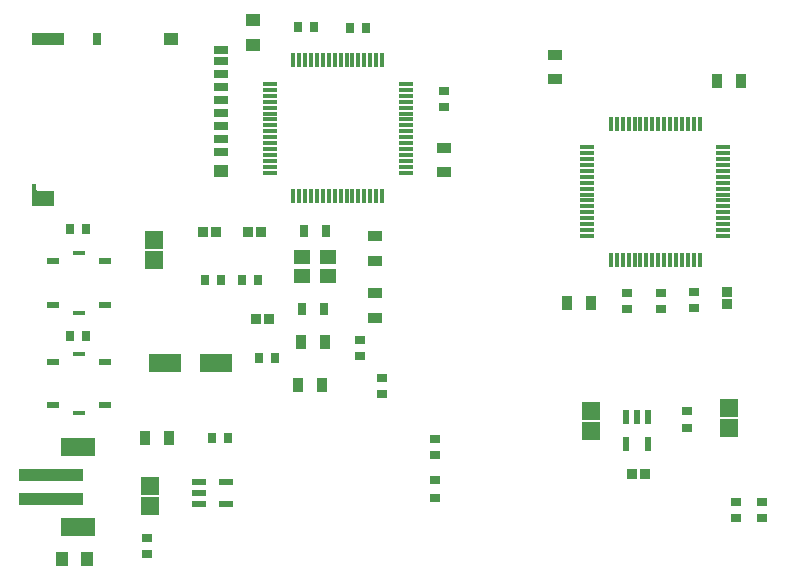
<source format=gbr>
G04*
G04 #@! TF.GenerationSoftware,Altium Limited,Altium Designer,22.4.2 (48)*
G04*
G04 Layer_Color=8421504*
%FSLAX25Y25*%
%MOIN*%
G70*
G04*
G04 #@! TF.SameCoordinates,BE1E711C-C8E7-489F-BFDC-0012772F392D*
G04*
G04*
G04 #@! TF.FilePolarity,Positive*
G04*
G01*
G75*
%ADD13R,0.06127X0.06213*%
%ADD14R,0.04724X0.01181*%
%ADD15R,0.01181X0.04724*%
%ADD16R,0.03197X0.03666*%
%ADD17R,0.03543X0.03150*%
%ADD18R,0.02362X0.04724*%
%ADD19R,0.03197X0.02593*%
%ADD20R,0.04749X0.03765*%
%ADD21R,0.03666X0.03197*%
%ADD22R,0.03765X0.04749*%
%ADD23R,0.02977X0.04355*%
%ADD24R,0.21654X0.03937*%
%ADD25R,0.11811X0.06299*%
%ADD26R,0.04724X0.02756*%
%ADD27R,0.03150X0.03937*%
%ADD28R,0.04724X0.03937*%
%ADD29R,0.11024X0.03937*%
%ADD30C,0.04507*%
%ADD31R,0.04724X0.01181*%
%ADD32R,0.01181X0.04724*%
%ADD33R,0.05512X0.04528*%
%ADD34R,0.03937X0.02362*%
%ADD35R,0.03937X0.01772*%
%ADD36R,0.02593X0.03197*%
%ADD37R,0.04331X0.04724*%
%ADD38R,0.04724X0.02362*%
%ADD39R,0.04724X0.04331*%
%ADD40R,0.11024X0.06299*%
G36*
X126587Y428370D02*
X127177Y427779D01*
X132689D01*
Y422661D01*
X125209D01*
Y429945D01*
X126587D01*
Y428370D01*
D02*
G37*
D13*
X311500Y354402D02*
D03*
Y347598D02*
D03*
X357500Y355500D02*
D03*
Y348696D02*
D03*
X164500Y329402D02*
D03*
Y322598D02*
D03*
X166000Y411402D02*
D03*
Y404598D02*
D03*
D14*
X310362Y442264D02*
D03*
Y440295D02*
D03*
Y438327D02*
D03*
Y436358D02*
D03*
Y434390D02*
D03*
Y432421D02*
D03*
Y430453D02*
D03*
Y428484D02*
D03*
Y426516D02*
D03*
Y424547D02*
D03*
Y422579D02*
D03*
Y420610D02*
D03*
Y418642D02*
D03*
Y416673D02*
D03*
Y414705D02*
D03*
Y412736D02*
D03*
X355638D02*
D03*
Y414705D02*
D03*
Y416673D02*
D03*
Y418642D02*
D03*
Y420610D02*
D03*
Y422579D02*
D03*
Y424547D02*
D03*
Y426516D02*
D03*
Y428484D02*
D03*
Y430453D02*
D03*
Y432421D02*
D03*
Y434390D02*
D03*
Y436358D02*
D03*
Y438327D02*
D03*
Y440295D02*
D03*
Y442264D02*
D03*
D15*
X318236Y404862D02*
D03*
X320205D02*
D03*
X322173D02*
D03*
X324142D02*
D03*
X326110D02*
D03*
X328079D02*
D03*
X330047D02*
D03*
X332016D02*
D03*
X333984D02*
D03*
X335953D02*
D03*
X337921D02*
D03*
X339890D02*
D03*
X341858D02*
D03*
X343827D02*
D03*
X345795D02*
D03*
X347764D02*
D03*
Y450138D02*
D03*
X345795D02*
D03*
X343827D02*
D03*
X341858D02*
D03*
X339890D02*
D03*
X337921D02*
D03*
X335953D02*
D03*
X333984D02*
D03*
X332016D02*
D03*
X330047D02*
D03*
X328079D02*
D03*
X326110D02*
D03*
X324142D02*
D03*
X322173D02*
D03*
X320205D02*
D03*
X318236D02*
D03*
D16*
X357000Y394128D02*
D03*
Y389872D02*
D03*
D17*
X343500Y354453D02*
D03*
Y348547D02*
D03*
X259500Y325500D02*
D03*
Y331406D02*
D03*
D18*
X330740Y343472D02*
D03*
X323260D02*
D03*
Y352528D02*
D03*
X327000D02*
D03*
X330740D02*
D03*
D19*
X368500Y318836D02*
D03*
Y324164D02*
D03*
X360000D02*
D03*
Y318836D02*
D03*
X346000Y394164D02*
D03*
Y388836D02*
D03*
X335000Y393828D02*
D03*
Y388500D02*
D03*
X323500Y393828D02*
D03*
Y388500D02*
D03*
X262500Y455672D02*
D03*
Y461000D02*
D03*
X163500Y306836D02*
D03*
Y312164D02*
D03*
X234500Y372836D02*
D03*
Y378164D02*
D03*
X242000Y360172D02*
D03*
Y365500D02*
D03*
X259500Y345164D02*
D03*
Y339836D02*
D03*
D20*
X299500Y473035D02*
D03*
Y464965D02*
D03*
X239500Y385465D02*
D03*
Y393535D02*
D03*
Y412535D02*
D03*
Y404465D02*
D03*
X262500Y442035D02*
D03*
Y433965D02*
D03*
D21*
X329628Y333500D02*
D03*
X325372D02*
D03*
X201628Y414000D02*
D03*
X197372D02*
D03*
X186500D02*
D03*
X182244D02*
D03*
X199872Y385000D02*
D03*
X204128D02*
D03*
D22*
X353465Y464500D02*
D03*
X361535D02*
D03*
X303465Y390500D02*
D03*
X311535D02*
D03*
X214965Y377500D02*
D03*
X223035D02*
D03*
X171035Y345500D02*
D03*
X162965D02*
D03*
X213965Y363000D02*
D03*
X222035D02*
D03*
D23*
X223142Y414500D02*
D03*
X215858D02*
D03*
X215358Y388500D02*
D03*
X222642D02*
D03*
D24*
X131642Y325063D02*
D03*
Y332937D02*
D03*
D25*
X140500Y342386D02*
D03*
Y315614D02*
D03*
D26*
X188398Y440575D02*
D03*
Y444906D02*
D03*
Y449236D02*
D03*
Y453567D02*
D03*
Y457898D02*
D03*
Y462228D02*
D03*
Y466559D02*
D03*
Y470890D02*
D03*
Y474630D02*
D03*
D27*
X147059Y478370D02*
D03*
D28*
X188398Y434472D02*
D03*
X171469Y478370D02*
D03*
D29*
X130720D02*
D03*
D30*
X129988Y425165D02*
D03*
D31*
X249776Y463343D02*
D03*
Y461374D02*
D03*
Y459406D02*
D03*
Y457437D02*
D03*
Y455469D02*
D03*
Y453500D02*
D03*
Y451532D02*
D03*
Y449563D02*
D03*
Y447595D02*
D03*
Y445626D02*
D03*
Y443658D02*
D03*
Y441689D02*
D03*
Y439721D02*
D03*
Y437752D02*
D03*
Y435784D02*
D03*
Y433815D02*
D03*
X204500D02*
D03*
Y435784D02*
D03*
Y437752D02*
D03*
Y439721D02*
D03*
Y441689D02*
D03*
Y443658D02*
D03*
Y445626D02*
D03*
Y447595D02*
D03*
Y449563D02*
D03*
Y451532D02*
D03*
Y453500D02*
D03*
Y455469D02*
D03*
Y457437D02*
D03*
Y459406D02*
D03*
Y461374D02*
D03*
Y463343D02*
D03*
D32*
X241902Y425941D02*
D03*
X239933D02*
D03*
X237965D02*
D03*
X235996D02*
D03*
X234028D02*
D03*
X232059D02*
D03*
X230091D02*
D03*
X228122D02*
D03*
X226154D02*
D03*
X224185D02*
D03*
X222217D02*
D03*
X220248D02*
D03*
X218280D02*
D03*
X216311D02*
D03*
X214343D02*
D03*
X212374D02*
D03*
Y471217D02*
D03*
X214343D02*
D03*
X216311D02*
D03*
X218280D02*
D03*
X220248D02*
D03*
X222217D02*
D03*
X224185D02*
D03*
X226154D02*
D03*
X228122D02*
D03*
X230091D02*
D03*
X232059D02*
D03*
X234028D02*
D03*
X235996D02*
D03*
X237965D02*
D03*
X239933D02*
D03*
X241902D02*
D03*
D33*
X223831Y399350D02*
D03*
X215169D02*
D03*
Y405650D02*
D03*
X223831D02*
D03*
D34*
X149661Y370784D02*
D03*
Y356217D02*
D03*
X132339Y370784D02*
D03*
Y356217D02*
D03*
Y389717D02*
D03*
Y404284D02*
D03*
X149661Y389717D02*
D03*
Y404284D02*
D03*
D35*
X141000Y373441D02*
D03*
Y353559D02*
D03*
Y387059D02*
D03*
Y406941D02*
D03*
D36*
X231336Y482000D02*
D03*
X236664D02*
D03*
X137836Y379500D02*
D03*
X143164D02*
D03*
X143328Y415000D02*
D03*
X138000D02*
D03*
X200836Y372000D02*
D03*
X206164D02*
D03*
X190664Y345500D02*
D03*
X185336D02*
D03*
X219164Y482500D02*
D03*
X213836D02*
D03*
X195336Y398000D02*
D03*
X200664D02*
D03*
X182836D02*
D03*
X188164D02*
D03*
D37*
X143634Y305000D02*
D03*
X135366D02*
D03*
D38*
X181000Y330740D02*
D03*
Y327000D02*
D03*
Y323260D02*
D03*
X190055D02*
D03*
Y330740D02*
D03*
D39*
X199000Y484634D02*
D03*
Y476366D02*
D03*
D40*
X169535Y370500D02*
D03*
X186465D02*
D03*
M02*

</source>
